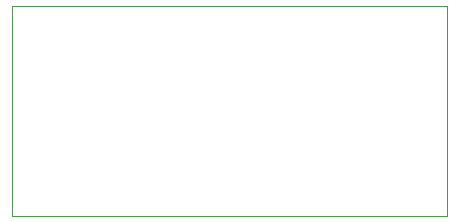
<source format=gbr>
G04 #@! TF.FileFunction,Profile,NP*
%FSLAX46Y46*%
G04 Gerber Fmt 4.6, Leading zero omitted, Abs format (unit mm)*
G04 Created by KiCad (PCBNEW 4.0.7) date 01/31/18 00:14:42*
%MOMM*%
%LPD*%
G01*
G04 APERTURE LIST*
%ADD10C,0.100000*%
G04 APERTURE END LIST*
D10*
X182880000Y-121920000D02*
X182880000Y-121285000D01*
X146050000Y-121920000D02*
X182880000Y-121920000D01*
X146050000Y-104140000D02*
X146050000Y-121920000D01*
X182880000Y-104140000D02*
X146050000Y-104140000D01*
X182880000Y-121285000D02*
X182880000Y-104140000D01*
M02*

</source>
